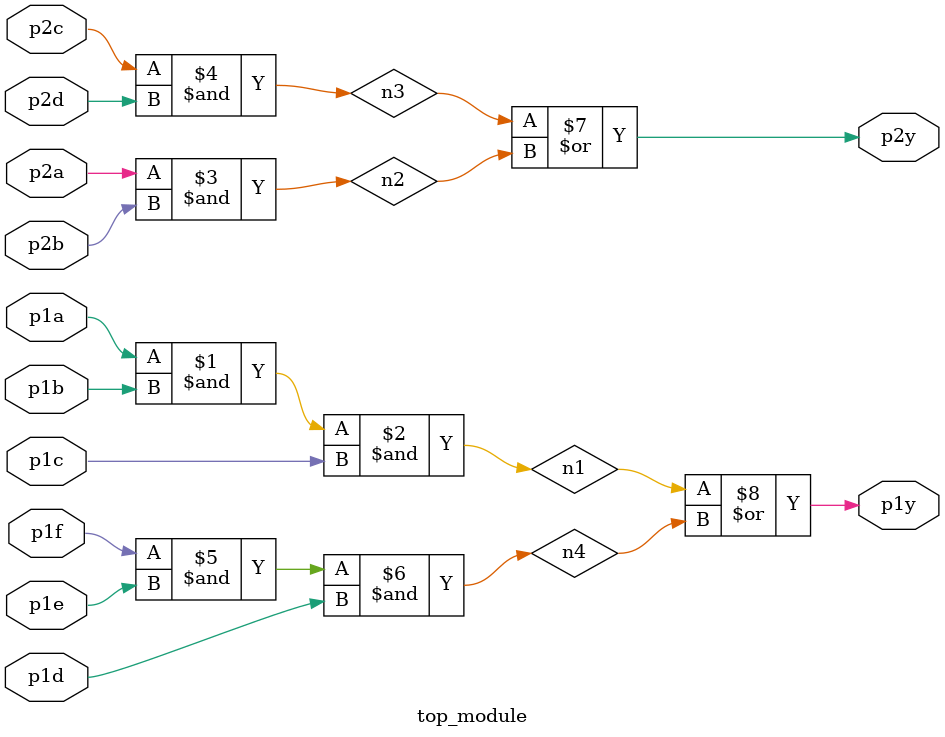
<source format=v>
module top_module ( 
    input p1a, p1b, p1c, p1d, p1e, p1f,
    output p1y,
    input p2a, p2b, p2c, p2d,
    output p2y );
	  wire n1, n2, n3, n4;
    assign n1 = p1a & p1b & p1c;
    assign n2 = p2a & p2b;
    assign n3 = p2c & p2d;
    assign n4 = p1f & p1e & p1d;
    assign p2y = n3 | n2;
    assign p1y = n1 | n4;
endmodule
</source>
